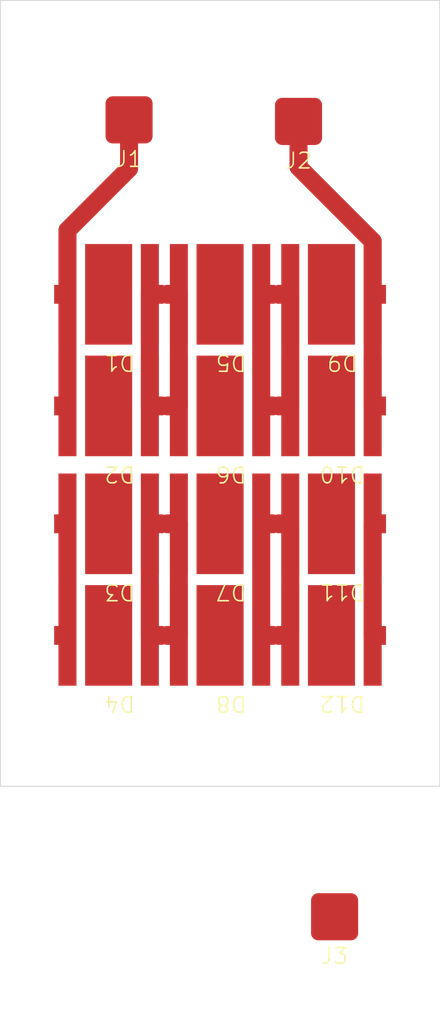
<source format=kicad_pcb>
(kicad_pcb (version 20241229) (generator "pcbnew") (generator_version "9.0")
  (layers (0 "F.Cu" signal) (2 "B.Cu" signal) (13 "F.Paste" user) (15 "B.Paste" user) (5 "F.SilkS" user "F.Silkscreen") (7 "B.SilkS" user "B.Silkscreen") (1 "F.Mask" user) (3 "B.Mask" user) (25 "Edge.Cuts" user))
  (net 0 "")
  (net 1 "Net-(D1-K)")
  (net 2 "Net-(D1-A)")
  (net 3 "Net-(D10-A)")
  (net 4 "Net-(D10-K)")
  (net 5 "Net-(D1-PAD)")
  (footprint "highpowerled_library:LM6868" (layer "F.Cu") (at 110.5 96.4 180)
    (property "Reference" "D12" (at 2.5 -7.55 180) (layer "F.SilkS") (effects (font (thickness 0.1))))
    (property "Value" "LED_Pad")
    (pad "1" smd custom (at 0.575 -3.2 180) (size 1.15 6.4) (layers "F.Cu" "F.Mask" "F.Paste") (net 4 "Net-(D10-K)") (clearance 0.075) (options (clearance outline) (anchor rect)) (primitives (gr_poly (pts (xy -0.85 -0.6) (xy -0.075 -0.6) (xy -0.075 0.6) (xy -0.85 0.6)) (width 0) (fill yes))))
    (pad "2" smd custom (at 5.825 -3.2 180) (size 1.15 6.4) (layers "F.Cu" "F.Mask" "F.Paste") (net 3 "Net-(D10-A)") (clearance 0.075) (options (clearance outline) (anchor rect)) (primitives (gr_poly (pts (xy 0.075 -0.6) (xy 0.85 -0.6) (xy 0.85 0.6) (xy 0.075 0.6)) (width 0) (fill yes))))
    (pad "3" smd rect (at 3.2 -3.2 180) (size 3 6.4) (layers "F.Cu" "F.Mask" "F.Paste") (net 5 "Net-(D1-PAD)") (clearance 0.075))
  )
  (footprint "highpowerled_library:LM6868" (layer "F.Cu") (at 110.5 81.8 180)
    (property "Reference" "D10" (at 2.5 -7.55 180) (layer "F.SilkS") (effects (font (thickness 0.1))))
    (property "Value" "LED_Pad")
    (pad "1" smd custom (at 0.575 -3.2 180) (size 1.15 6.4) (layers "F.Cu" "F.Mask" "F.Paste") (net 4 "Net-(D10-K)") (clearance 0.075) (options (clearance outline) (anchor rect)) (primitives (gr_poly (pts (xy -0.85 -0.6) (xy -0.075 -0.6) (xy -0.075 0.6) (xy -0.85 0.6)) (width 0) (fill yes))))
    (pad "2" smd custom (at 5.825 -3.2 180) (size 1.15 6.4) (layers "F.Cu" "F.Mask" "F.Paste") (net 3 "Net-(D10-A)") (clearance 0.075) (options (clearance outline) (anchor rect)) (primitives (gr_poly (pts (xy 0.075 -0.6) (xy 0.85 -0.6) (xy 0.85 0.6) (xy 0.075 0.6)) (width 0) (fill yes))))
    (pad "3" smd rect (at 3.2 -3.2 180) (size 3 6.4) (layers "F.Cu" "F.Mask" "F.Paste") (net 5 "Net-(D1-PAD)") (clearance 0.075))
  )
  (footprint "highpowerled_library:LM6868" (layer "F.Cu") (at 96.3 96.4 180)
    (property "Reference" "D4" (at 2.5 -7.55 180) (layer "F.SilkS") (effects (font (thickness 0.1))))
    (property "Value" "LED_Pad")
    (pad "1" smd custom (at 0.575 -3.2 180) (size 1.15 6.4) (layers "F.Cu" "F.Mask" "F.Paste") (net 1 "Net-(D1-K)") (clearance 0.075) (options (clearance outline) (anchor rect)) (primitives (gr_poly (pts (xy -0.85 -0.6) (xy -0.075 -0.6) (xy -0.075 0.6) (xy -0.85 0.6)) (width 0) (fill yes))))
    (pad "2" smd custom (at 5.825 -3.2 180) (size 1.15 6.4) (layers "F.Cu" "F.Mask" "F.Paste") (net 2 "Net-(D1-A)") (clearance 0.075) (options (clearance outline) (anchor rect)) (primitives (gr_poly (pts (xy 0.075 -0.6) (xy 0.85 -0.6) (xy 0.85 0.6) (xy 0.075 0.6)) (width 0) (fill yes))))
    (pad "3" smd rect (at 3.2 -3.2 180) (size 3 6.4) (layers "F.Cu" "F.Mask" "F.Paste") (net 5 "Net-(D1-PAD)") (clearance 0.075))
  )
  (footprint "highpowerled_library:LM6868" (layer "F.Cu") (at 110.5 89.3 180)
    (property "Reference" "D11" (at 2.5 -7.55 180) (layer "F.SilkS") (effects (font (thickness 0.1))))
    (property "Value" "LED_Pad")
    (pad "1" smd custom (at 0.575 -3.2 180) (size 1.15 6.4) (layers "F.Cu" "F.Mask" "F.Paste") (net 4 "Net-(D10-K)") (clearance 0.075) (options (clearance outline) (anchor rect)) (primitives (gr_poly (pts (xy -0.85 -0.6) (xy -0.075 -0.6) (xy -0.075 0.6) (xy -0.85 0.6)) (width 0) (fill yes))))
    (pad "2" smd custom (at 5.825 -3.2 180) (size 1.15 6.4) (layers "F.Cu" "F.Mask" "F.Paste") (net 3 "Net-(D10-A)") (clearance 0.075) (options (clearance outline) (anchor rect)) (primitives (gr_poly (pts (xy 0.075 -0.6) (xy 0.85 -0.6) (xy 0.85 0.6) (xy 0.075 0.6)) (width 0) (fill yes))))
    (pad "3" smd rect (at 3.2 -3.2 180) (size 3 6.4) (layers "F.Cu" "F.Mask" "F.Paste") (net 5 "Net-(D1-PAD)") (clearance 0.075))
  )
  (footprint "highpowerled_library:LM6868" (layer "F.Cu") (at 96.3 81.8 180)
    (property "Reference" "D2" (at 2.5 -7.55 180) (layer "F.SilkS") (effects (font (thickness 0.1))))
    (property "Value" "LED_Pad")
    (pad "1" smd custom (at 0.575 -3.2 180) (size 1.15 6.4) (layers "F.Cu" "F.Mask" "F.Paste") (net 1 "Net-(D1-K)") (clearance 0.075) (options (clearance outline) (anchor rect)) (primitives (gr_poly (pts (xy -0.85 -0.6) (xy -0.075 -0.6) (xy -0.075 0.6) (xy -0.85 0.6)) (width 0) (fill yes))))
    (pad "2" smd custom (at 5.825 -3.2 180) (size 1.15 6.4) (layers "F.Cu" "F.Mask" "F.Paste") (net 2 "Net-(D1-A)") (clearance 0.075) (options (clearance outline) (anchor rect)) (primitives (gr_poly (pts (xy 0.075 -0.6) (xy 0.85 -0.6) (xy 0.85 0.6) (xy 0.075 0.6)) (width 0) (fill yes))))
    (pad "3" smd rect (at 3.2 -3.2 180) (size 3 6.4) (layers "F.Cu" "F.Mask" "F.Paste") (net 5 "Net-(D1-PAD)") (clearance 0.075))
  )
  (footprint "highpowerled_library:LM6868" (layer "F.Cu") (at 110.5 74.7 180)
    (property "Reference" "D9" (at 2.5 -7.55 180) (layer "F.SilkS") (effects (font (thickness 0.1))))
    (property "Value" "LED_Pad")
    (pad "1" smd custom (at 0.575 -3.2 180) (size 1.15 6.4) (layers "F.Cu" "F.Mask" "F.Paste") (net 4 "Net-(D10-K)") (clearance 0.075) (options (clearance outline) (anchor rect)) (primitives (gr_poly (pts (xy -0.85 -0.6) (xy -0.075 -0.6) (xy -0.075 0.6) (xy -0.85 0.6)) (width 0) (fill yes))))
    (pad "2" smd custom (at 5.825 -3.2 180) (size 1.15 6.4) (layers "F.Cu" "F.Mask" "F.Paste") (net 3 "Net-(D10-A)") (clearance 0.075) (options (clearance outline) (anchor rect)) (primitives (gr_poly (pts (xy 0.075 -0.6) (xy 0.85 -0.6) (xy 0.85 0.6) (xy 0.075 0.6)) (width 0) (fill yes))))
    (pad "3" smd rect (at 3.2 -3.2 180) (size 3 6.4) (layers "F.Cu" "F.Mask" "F.Paste") (net 5 "Net-(D1-PAD)") (clearance 0.075))
  )
  (footprint "highpowerled_library:LM6868" (layer "F.Cu") (at 103.4 89.3 180)
    (property "Reference" "D7" (at 2.5 -7.55 180) (layer "F.SilkS") (effects (font (thickness 0.1))))
    (property "Value" "LED_Pad")
    (pad "1" smd custom (at 0.575 -3.2 180) (size 1.15 6.4) (layers "F.Cu" "F.Mask" "F.Paste") (net 3 "Net-(D10-A)") (clearance 0.075) (options (clearance outline) (anchor rect)) (primitives (gr_poly (pts (xy -0.85 -0.6) (xy -0.075 -0.6) (xy -0.075 0.6) (xy -0.85 0.6)) (width 0) (fill yes))))
    (pad "2" smd custom (at 5.825 -3.2 180) (size 1.15 6.4) (layers "F.Cu" "F.Mask" "F.Paste") (net 1 "Net-(D1-K)") (clearance 0.075) (options (clearance outline) (anchor rect)) (primitives (gr_poly (pts (xy 0.075 -0.6) (xy 0.85 -0.6) (xy 0.85 0.6) (xy 0.075 0.6)) (width 0) (fill yes))))
    (pad "3" smd rect (at 3.2 -3.2 180) (size 3 6.4) (layers "F.Cu" "F.Mask" "F.Paste") (net 5 "Net-(D1-PAD)") (clearance 0.075))
  )
  (footprint "highpowerled_library:LM6868" (layer "F.Cu") (at 96.3 89.3 180)
    (property "Reference" "D3" (at 2.5 -7.55 180) (layer "F.SilkS") (effects (font (thickness 0.1))))
    (property "Value" "LED_Pad")
    (pad "1" smd custom (at 0.575 -3.2 180) (size 1.15 6.4) (layers "F.Cu" "F.Mask" "F.Paste") (net 1 "Net-(D1-K)") (clearance 0.075) (options (clearance outline) (anchor rect)) (primitives (gr_poly (pts (xy -0.85 -0.6) (xy -0.075 -0.6) (xy -0.075 0.6) (xy -0.85 0.6)) (width 0) (fill yes))))
    (pad "2" smd custom (at 5.825 -3.2 180) (size 1.15 6.4) (layers "F.Cu" "F.Mask" "F.Paste") (net 2 "Net-(D1-A)") (clearance 0.075) (options (clearance outline) (anchor rect)) (primitives (gr_poly (pts (xy 0.075 -0.6) (xy 0.85 -0.6) (xy 0.85 0.6) (xy 0.075 0.6)) (width 0) (fill yes))))
    (pad "3" smd rect (at 3.2 -3.2 180) (size 3 6.4) (layers "F.Cu" "F.Mask" "F.Paste") (net 5 "Net-(D1-PAD)") (clearance 0.075))
  )
  (footprint "highpowerled_library:CONN_BIG_01X01" (layer "F.Cu") (at 105.2 66.9)
    (property "Reference" "J2" (at 0 2.5 0) (layer "F.SilkS") (effects (font (thickness 0.1))))
    (property "Value" "Conn_01x01")
    (pad "1" smd roundrect (at 0 0) (size 3 3) (layers "F.Cu" "F.Mask" "F.Paste") (roundrect_rratio 0.15) (net 4 "Net-(D10-K)"))
  )
  (footprint "highpowerled_library:CONN_BIG_01X01" (layer "F.Cu") (at 94.4 66.8)
    (property "Reference" "J1" (at 0 2.5 0) (layer "F.SilkS") (effects (font (thickness 0.1))))
    (property "Value" "Conn_01x01")
    (pad "1" smd roundrect (at 0 0) (size 3 3) (layers "F.Cu" "F.Mask" "F.Paste") (roundrect_rratio 0.15) (net 2 "Net-(D1-A)"))
  )
  (footprint "highpowerled_library:CONN_BIG_01X01" (layer "F.Cu") (at 107.5 117.5)
    (property "Reference" "J3" (at 0 2.5 0) (layer "F.SilkS") (effects (font (thickness 0.1))))
    (property "Value" "Conn_01x01")
    (pad "1" smd roundrect (at 0 0) (size 3 3) (layers "F.Cu" "F.Mask" "F.Paste") (roundrect_rratio 0.15) (net 5 "Net-(D1-PAD)"))
  )
  (footprint "highpowerled_library:LM6868" (layer "F.Cu") (at 103.4 96.4 180)
    (property "Reference" "D8" (at 2.5 -7.55 180) (layer "F.SilkS") (effects (font (thickness 0.1))))
    (property "Value" "LED_Pad")
    (pad "1" smd custom (at 0.575 -3.2 180) (size 1.15 6.4) (layers "F.Cu" "F.Mask" "F.Paste") (net 3 "Net-(D10-A)") (clearance 0.075) (options (clearance outline) (anchor rect)) (primitives (gr_poly (pts (xy -0.85 -0.6) (xy -0.075 -0.6) (xy -0.075 0.6) (xy -0.85 0.6)) (width 0) (fill yes))))
    (pad "2" smd custom (at 5.825 -3.2 180) (size 1.15 6.4) (layers "F.Cu" "F.Mask" "F.Paste") (net 1 "Net-(D1-K)") (clearance 0.075) (options (clearance outline) (anchor rect)) (primitives (gr_poly (pts (xy 0.075 -0.6) (xy 0.85 -0.6) (xy 0.85 0.6) (xy 0.075 0.6)) (width 0) (fill yes))))
    (pad "3" smd rect (at 3.2 -3.2 180) (size 3 6.4) (layers "F.Cu" "F.Mask" "F.Paste") (net 5 "Net-(D1-PAD)") (clearance 0.075))
  )
  (footprint "highpowerled_library:LM6868" (layer "F.Cu") (at 103.4 81.8 180)
    (property "Reference" "D6" (at 2.5 -7.55 180) (layer "F.SilkS") (effects (font (thickness 0.1))))
    (property "Value" "LED_Pad")
    (pad "1" smd custom (at 0.575 -3.2 180) (size 1.15 6.4) (layers "F.Cu" "F.Mask" "F.Paste") (net 3 "Net-(D10-A)") (clearance 0.075) (options (clearance outline) (anchor rect)) (primitives (gr_poly (pts (xy -0.85 -0.6) (xy -0.075 -0.6) (xy -0.075 0.6) (xy -0.85 0.6)) (width 0) (fill yes))))
    (pad "2" smd custom (at 5.825 -3.2 180) (size 1.15 6.4) (layers "F.Cu" "F.Mask" "F.Paste") (net 1 "Net-(D1-K)") (clearance 0.075) (options (clearance outline) (anchor rect)) (primitives (gr_poly (pts (xy 0.075 -0.6) (xy 0.85 -0.6) (xy 0.85 0.6) (xy 0.075 0.6)) (width 0) (fill yes))))
    (pad "3" smd rect (at 3.2 -3.2 180) (size 3 6.4) (layers "F.Cu" "F.Mask" "F.Paste") (net 5 "Net-(D1-PAD)") (clearance 0.075))
  )
  (footprint "highpowerled_library:LM6868" (layer "F.Cu") (at 103.4 74.7 180)
    (property "Reference" "D5" (at 2.5 -7.55 180) (layer "F.SilkS") (effects (font (thickness 0.1))))
    (property "Value" "LED_Pad")
    (pad "1" smd custom (at 0.575 -3.2 180) (size 1.15 6.4) (layers "F.Cu" "F.Mask" "F.Paste") (net 3 "Net-(D10-A)") (clearance 0.075) (options (clearance outline) (anchor rect)) (primitives (gr_poly (pts (xy -0.85 -0.6) (xy -0.075 -0.6) (xy -0.075 0.6) (xy -0.85 0.6)) (width 0) (fill yes))))
    (pad "2" smd custom (at 5.825 -3.2 180) (size 1.15 6.4) (layers "F.Cu" "F.Mask" "F.Paste") (net 1 "Net-(D1-K)") (clearance 0.075) (options (clearance outline) (anchor rect)) (primitives (gr_poly (pts (xy 0.075 -0.6) (xy 0.85 -0.6) (xy 0.85 0.6) (xy 0.075 0.6)) (width 0) (fill yes))))
    (pad "3" smd rect (at 3.2 -3.2 180) (size 3 6.4) (layers "F.Cu" "F.Mask" "F.Paste") (net 5 "Net-(D1-PAD)") (clearance 0.075))
  )
  (footprint "highpowerled_library:LM6868" (layer "F.Cu") (at 96.3 74.7 180)
    (property "Reference" "D1" (at 2.5 -7.55 180) (layer "F.SilkS") (effects (font (thickness 0.1))))
    (property "Value" "LED_Pad")
    (pad "1" smd custom (at 0.575 -3.2 180) (size 1.15 6.4) (layers "F.Cu" "F.Mask" "F.Paste") (net 1 "Net-(D1-K)") (clearance 0.075) (options (clearance outline) (anchor rect)) (primitives (gr_poly (pts (xy -0.85 -0.6) (xy -0.075 -0.6) (xy -0.075 0.6) (xy -0.85 0.6)) (width 0) (fill yes))))
    (pad "2" smd custom (at 5.825 -3.2 180) (size 1.15 6.4) (layers "F.Cu" "F.Mask" "F.Paste") (net 2 "Net-(D1-A)") (clearance 0.075) (options (clearance outline) (anchor rect)) (primitives (gr_poly (pts (xy 0.075 -0.6) (xy 0.85 -0.6) (xy 0.85 0.6) (xy 0.075 0.6)) (width 0) (fill yes))))
    (pad "3" smd rect (at 3.2 -3.2 180) (size 3 6.4) (layers "F.Cu" "F.Mask" "F.Paste") (net 5 "Net-(D1-PAD)") (clearance 0.075))
  )
  (gr_rect (start 86.2 59.2) (end 114.2 109.2) (stroke (width 0.05)) (fill no) (layer "Edge.Cuts"))
  (segment (start 95.725 77.9) (end 95.95 77.9) (width 1.15) (layer "F.Cu") (net 1))
  (segment (start 97.575 92.5) (end 95.725 92.5) (width 1.15) (layer "F.Cu") (net 1))
  (segment (start 95.725 77.9) (end 95.725 85) (width 1.15) (layer "F.Cu") (net 1))
  (segment (start 95.725 92.5) (end 95.725 99.6) (width 1.15) (layer "F.Cu") (net 1))
  (segment (start 95.725 85) (end 97.575 85) (width 1.15) (layer "F.Cu") (net 1))
  (segment (start 97.575 92.5) (end 97.575 99.6) (width 1.15) (layer "F.Cu") (net 1))
  (segment (start 95.725 99.6) (end 97.575 99.6) (width 1.15) (layer "F.Cu") (net 1))
  (segment (start 97.575 77.9) (end 97.575 85) (width 1.15) (layer "F.Cu") (net 1))
  (segment (start 95.95 77.9) (end 95.725 78.125) (width 1.15) (layer "F.Cu") (net 1))
  (segment (start 95.725 77.9) (end 97.575 77.9) (width 1.15) (layer "F.Cu") (net 1))
  (segment (start 90.475 92.5) (end 90.475 99.6) (width 1.15) (layer "F.Cu") (net 2))
  (segment (start 94.4 69.9) (end 94.4 66.8) (width 1.15) (layer "F.Cu") (net 2))
  (segment (start 90.475 73.825) (end 90.475 77.9) (width 1.15) (layer "F.Cu") (net 2))
  (segment (start 90.475 77.9) (end 90.475 85) (width 1.15) (layer "F.Cu") (net 2))
  (segment (start 90.475 73.825) (end 94.4 69.9) (width 1.15) (layer "F.Cu") (net 2))
  (segment (start 102.825 77.9) (end 104.675 77.9) (width 1.15) (layer "F.Cu") (net 3))
  (segment (start 102.825 85) (end 104.675 85) (width 1.15) (layer "F.Cu") (net 3))
  (segment (start 104.675 77.9) (end 104.675 85) (width 1.15) (layer "F.Cu") (net 3))
  (segment (start 102.825 92.5) (end 102.825 99.6) (width 1.15) (layer "F.Cu") (net 3))
  (segment (start 102.825 77.9) (end 102.825 85) (width 1.15) (layer "F.Cu") (net 3))
  (segment (start 102.825 99.6) (end 104.675 99.6) (width 1.15) (layer "F.Cu") (net 3))
  (segment (start 102.825 92.5) (end 104.675 92.5) (width 1.15) (layer "F.Cu") (net 3))
  (segment (start 104.675 92.5) (end 104.675 99.6) (width 1.15) (layer "F.Cu") (net 3))
  (segment (start 105.2 69.8) (end 105.2 66.9) (width 1.15) (layer "F.Cu") (net 4))
  (segment (start 109.925 77.9) (end 109.925 85) (width 1.15) (layer "F.Cu") (net 4))
  (segment (start 109.925 77.9) (end 109.925 74.523) (width 1.15) (layer "F.Cu") (net 4))
  (segment (start 107.802 72.4) (end 107.8 72.4) (width 1.15) (layer "F.Cu") (net 4))
  (segment (start 107.8 72.4) (end 105.2 69.8) (width 1.15) (layer "F.Cu") (net 4))
  (segment (start 109.925 74.523) (end 107.802 72.4) (width 1.15) (layer "F.Cu") (net 4))
  (segment (start 109.925 92.5) (end 109.925 99.6) (width 1.15) (layer "F.Cu") (net 4))
)
</source>
